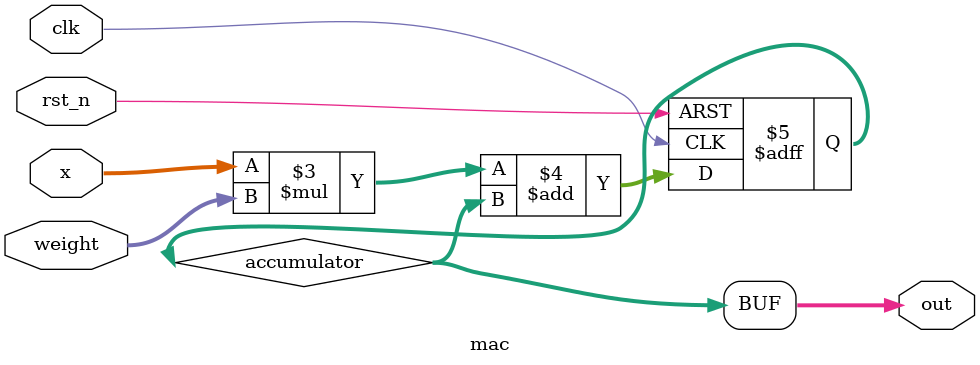
<source format=sv>
`timescale 1ns/1ps
module mac(
    input logic clk,
    input logic rst_n,
    input logic signed [7:0] x,
    input logic signed [7:0] weight,
    output logic signed [15:0] out
);

    
    logic signed [15:0] accumulator ;

    always @ (posedge clk or negedge rst_n) begin
        if (!rst_n) begin 
            accumulator <= 16'sd0;
        end else begin 
            accumulator <= x * weight + accumulator;
        end
    end

    assign out = accumulator;

 



endmodule
</source>
